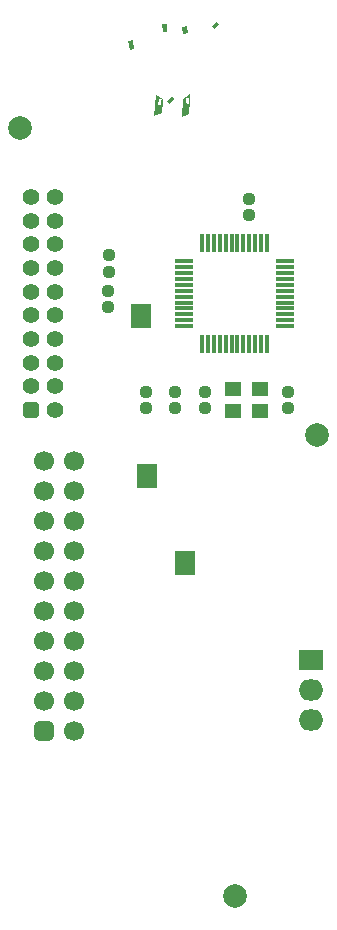
<source format=gts>
G04*
G04 #@! TF.GenerationSoftware,Altium Limited,Altium Designer,23.3.1 (30)*
G04*
G04 Layer_Color=8388736*
%FSLAX44Y44*%
%MOMM*%
G71*
G04*
G04 #@! TF.SameCoordinates,AFC9A265-922B-4258-BEE4-7106DEA6A0D1*
G04*
G04*
G04 #@! TF.FilePolarity,Negative*
G04*
G01*
G75*
%ADD19C,2.0000*%
G04:AMPARAMS|DCode=20|XSize=0.95mm|YSize=0.95mm|CornerRadius=0.2625mm|HoleSize=0mm|Usage=FLASHONLY|Rotation=0.000|XOffset=0mm|YOffset=0mm|HoleType=Round|Shape=RoundedRectangle|*
%AMROUNDEDRECTD20*
21,1,0.9500,0.4250,0,0,0.0*
21,1,0.4250,0.9500,0,0,0.0*
1,1,0.5250,0.2125,-0.2125*
1,1,0.5250,-0.2125,-0.2125*
1,1,0.5250,-0.2125,0.2125*
1,1,0.5250,0.2125,0.2125*
%
%ADD20ROUNDEDRECTD20*%
%ADD21R,1.4000X1.1500*%
G04:AMPARAMS|DCode=22|XSize=1.6mm|YSize=0.35mm|CornerRadius=0.1125mm|HoleSize=0mm|Usage=FLASHONLY|Rotation=90.000|XOffset=0mm|YOffset=0mm|HoleType=Round|Shape=RoundedRectangle|*
%AMROUNDEDRECTD22*
21,1,1.6000,0.1250,0,0,90.0*
21,1,1.3750,0.3500,0,0,90.0*
1,1,0.2250,0.0625,0.6875*
1,1,0.2250,0.0625,-0.6875*
1,1,0.2250,-0.0625,-0.6875*
1,1,0.2250,-0.0625,0.6875*
%
%ADD22ROUNDEDRECTD22*%
G04:AMPARAMS|DCode=23|XSize=0.35mm|YSize=1.6mm|CornerRadius=0.1125mm|HoleSize=0mm|Usage=FLASHONLY|Rotation=90.000|XOffset=0mm|YOffset=0mm|HoleType=Round|Shape=RoundedRectangle|*
%AMROUNDEDRECTD23*
21,1,0.3500,1.3750,0,0,90.0*
21,1,0.1250,1.6000,0,0,90.0*
1,1,0.2250,0.6875,0.0625*
1,1,0.2250,0.6875,-0.0625*
1,1,0.2250,-0.6875,-0.0625*
1,1,0.2250,-0.6875,0.0625*
%
%ADD23ROUNDEDRECTD23*%
%ADD24R,2.1000X1.8000*%
%ADD25O,2.1000X1.8000*%
%ADD26R,1.8000X2.1000*%
%ADD27C,0.1000*%
%ADD28C,1.4000*%
G04:AMPARAMS|DCode=29|XSize=1.4mm|YSize=1.4mm|CornerRadius=0.375mm|HoleSize=0mm|Usage=FLASHONLY|Rotation=90.000|XOffset=0mm|YOffset=0mm|HoleType=Round|Shape=RoundedRectangle|*
%AMROUNDEDRECTD29*
21,1,1.4000,0.6500,0,0,90.0*
21,1,0.6500,1.4000,0,0,90.0*
1,1,0.7500,0.3250,0.3250*
1,1,0.7500,0.3250,-0.3250*
1,1,0.7500,-0.3250,-0.3250*
1,1,0.7500,-0.3250,0.3250*
%
%ADD29ROUNDEDRECTD29*%
%ADD30C,1.7000*%
G04:AMPARAMS|DCode=31|XSize=1.7mm|YSize=1.7mm|CornerRadius=0.45mm|HoleSize=0mm|Usage=FLASHONLY|Rotation=90.000|XOffset=0mm|YOffset=0mm|HoleType=Round|Shape=RoundedRectangle|*
%AMROUNDEDRECTD31*
21,1,1.7000,0.8000,0,0,90.0*
21,1,0.8000,1.7000,0,0,90.0*
1,1,0.9000,0.4000,0.4000*
1,1,0.9000,0.4000,-0.4000*
1,1,0.9000,-0.4000,-0.4000*
1,1,0.9000,-0.4000,0.4000*
%
%ADD31ROUNDEDRECTD31*%
G36*
X142069Y680497D02*
X143566Y698167D01*
X149377Y694717D01*
X149153Y691880D01*
X148052D01*
X148291Y694438D01*
X145943Y694658D01*
X145513Y690078D01*
X147862Y689858D01*
X148049Y691856D01*
X149152D01*
X148465Y683119D01*
X142069Y680497D01*
D02*
G37*
G36*
X165120Y679162D02*
X166226Y694635D01*
X172664Y699302D01*
X172171Y693059D01*
X171296D01*
X171525Y695504D01*
X169177Y695724D01*
X168748Y691145D01*
X171096Y690925D01*
X171294Y693034D01*
X172169D01*
X171319Y682278D01*
X165120Y679162D01*
D02*
G37*
G36*
X154738Y690922D02*
X152581Y693474D01*
X156692Y696949D01*
X158849Y694398D01*
X154738Y690922D01*
D02*
G37*
G36*
X121104Y736678D02*
X120075Y743991D01*
X124295Y744585D01*
X125324Y737272D01*
X121104Y736678D01*
D02*
G37*
G36*
X149258Y751458D02*
X148784Y758153D01*
X152451Y758412D01*
X152924Y751717D01*
X149258Y751458D01*
D02*
G37*
G36*
X166521Y749637D02*
X165139Y755704D01*
X169424Y756680D01*
X170807Y750613D01*
X166521Y749637D01*
D02*
G37*
G36*
X193391Y753806D02*
X190851Y755976D01*
X194591Y760354D01*
X197131Y758185D01*
X193391Y753806D01*
D02*
G37*
D19*
X280000Y410000D02*
D03*
X28250Y670500D02*
D03*
X210000Y20000D02*
D03*
D20*
X103500Y562500D02*
D03*
Y548500D02*
D03*
X103000Y518500D02*
D03*
Y532500D02*
D03*
X222000Y610250D02*
D03*
Y596250D02*
D03*
X135000Y447000D02*
D03*
Y433000D02*
D03*
X160000Y447000D02*
D03*
Y433000D02*
D03*
X255000D02*
D03*
Y447000D02*
D03*
X185000Y433000D02*
D03*
Y447000D02*
D03*
D21*
X231500Y449250D02*
D03*
Y430750D02*
D03*
X208500D02*
D03*
Y449250D02*
D03*
D22*
X182500Y487000D02*
D03*
X187500D02*
D03*
X192500D02*
D03*
X197500D02*
D03*
X202500D02*
D03*
X207500D02*
D03*
X212500D02*
D03*
X217500D02*
D03*
X222500D02*
D03*
X227500D02*
D03*
X232500D02*
D03*
X237500D02*
D03*
Y573000D02*
D03*
X232500D02*
D03*
X227500D02*
D03*
X222500D02*
D03*
X217500D02*
D03*
X212500D02*
D03*
X207500D02*
D03*
X202500D02*
D03*
X197500D02*
D03*
X192500D02*
D03*
X187500D02*
D03*
X182500D02*
D03*
D23*
X253000Y502500D02*
D03*
Y507500D02*
D03*
Y512500D02*
D03*
Y517500D02*
D03*
Y522500D02*
D03*
Y527500D02*
D03*
Y532500D02*
D03*
Y537500D02*
D03*
Y542500D02*
D03*
Y547500D02*
D03*
Y552500D02*
D03*
Y557500D02*
D03*
X167000D02*
D03*
Y552500D02*
D03*
Y547500D02*
D03*
Y542500D02*
D03*
Y537500D02*
D03*
Y532500D02*
D03*
Y527500D02*
D03*
Y522500D02*
D03*
Y517500D02*
D03*
Y512500D02*
D03*
Y507500D02*
D03*
Y502500D02*
D03*
D24*
X274750Y219650D02*
D03*
D25*
Y194250D02*
D03*
Y168850D02*
D03*
D26*
X168000Y301750D02*
D03*
X135750Y375500D02*
D03*
X131000Y511500D02*
D03*
D27*
X260000Y730000D02*
D03*
Y40000D02*
D03*
X47500Y730000D02*
D03*
Y40000D02*
D03*
D28*
X57800Y611650D02*
D03*
X37800D02*
D03*
X57800Y591650D02*
D03*
X37800D02*
D03*
X57800Y571650D02*
D03*
X37800D02*
D03*
X57800Y551650D02*
D03*
X37800D02*
D03*
X57800Y531650D02*
D03*
X37800D02*
D03*
X57800Y511650D02*
D03*
X37800D02*
D03*
X57800Y491650D02*
D03*
X37800D02*
D03*
X57800Y471650D02*
D03*
X37800D02*
D03*
X57800Y451650D02*
D03*
X37800D02*
D03*
X57800Y431650D02*
D03*
D29*
X37800D02*
D03*
D30*
X74400Y160000D02*
D03*
X49000Y185400D02*
D03*
X74400D02*
D03*
X49000Y210800D02*
D03*
X74400D02*
D03*
X49000Y236200D02*
D03*
X74400D02*
D03*
X49000Y261600D02*
D03*
X74400D02*
D03*
X49000Y287000D02*
D03*
X74400D02*
D03*
X49000Y312400D02*
D03*
X74400D02*
D03*
X49000Y337800D02*
D03*
X74400D02*
D03*
X49000Y363200D02*
D03*
X74400D02*
D03*
X49000Y388600D02*
D03*
X74400D02*
D03*
D31*
X49000Y160000D02*
D03*
M02*

</source>
